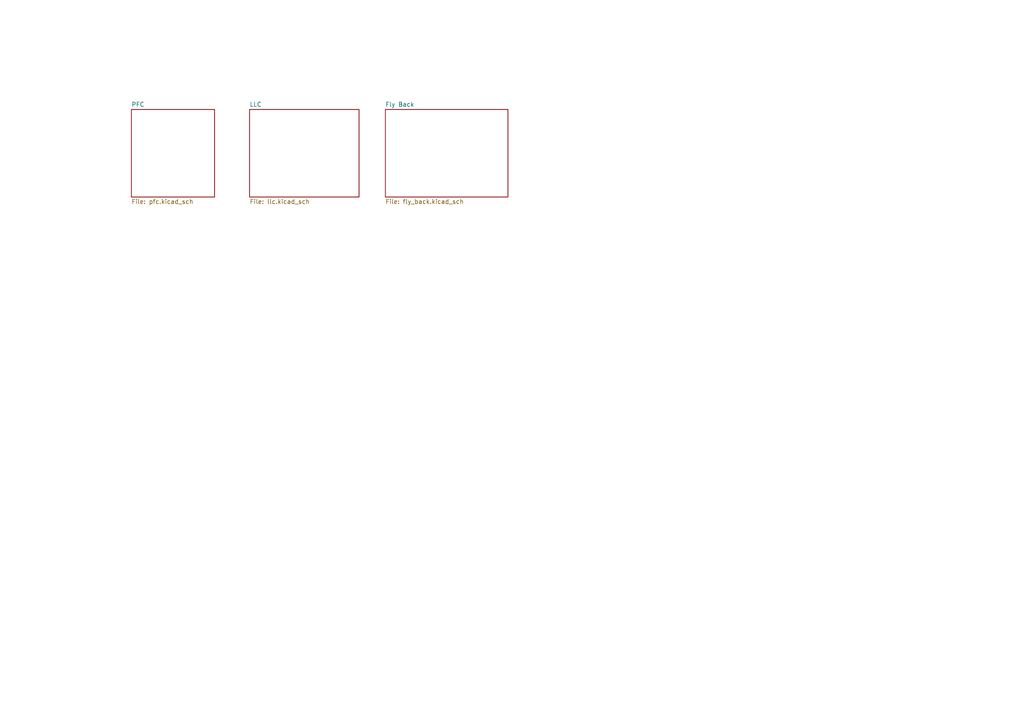
<source format=kicad_sch>
(kicad_sch
	(version 20231120)
	(generator "eeschema")
	(generator_version "8.0")
	(uuid "52eaef32-c16d-4834-ac94-ac67b58aa1d2")
	(paper "A4")
	(lib_symbols)
	(sheet
		(at 72.39 31.75)
		(size 31.75 25.4)
		(fields_autoplaced yes)
		(stroke
			(width 0.1524)
			(type solid)
		)
		(fill
			(color 0 0 0 0.0000)
		)
		(uuid "54ec4804-2ebd-4f2b-a686-f12eb8459952")
		(property "Sheetname" "LLC"
			(at 72.39 31.0384 0)
			(effects
				(font
					(size 1.27 1.27)
				)
				(justify left bottom)
			)
		)
		(property "Sheetfile" "llc.kicad_sch"
			(at 72.39 57.7346 0)
			(effects
				(font
					(size 1.27 1.27)
				)
				(justify left top)
			)
		)
		(instances
			(project "CHARGE_BATTERY"
				(path "/52eaef32-c16d-4834-ac94-ac67b58aa1d2"
					(page "3")
				)
			)
		)
	)
	(sheet
		(at 111.76 31.75)
		(size 35.56 25.4)
		(fields_autoplaced yes)
		(stroke
			(width 0.1524)
			(type solid)
		)
		(fill
			(color 0 0 0 0.0000)
		)
		(uuid "8a14cc0b-4192-4284-9a4a-146deadfd271")
		(property "Sheetname" "Fly Back"
			(at 111.76 31.0384 0)
			(effects
				(font
					(size 1.27 1.27)
				)
				(justify left bottom)
			)
		)
		(property "Sheetfile" "fly_back.kicad_sch"
			(at 111.76 57.7346 0)
			(effects
				(font
					(size 1.27 1.27)
				)
				(justify left top)
			)
		)
		(instances
			(project "CHARGE_BATTERY"
				(path "/52eaef32-c16d-4834-ac94-ac67b58aa1d2"
					(page "4")
				)
			)
		)
	)
	(sheet
		(at 38.1 31.75)
		(size 24.13 25.4)
		(fields_autoplaced yes)
		(stroke
			(width 0.1524)
			(type solid)
		)
		(fill
			(color 0 0 0 0.0000)
		)
		(uuid "8ed7224f-e87e-4b5a-90e5-5ed551abe146")
		(property "Sheetname" "PFC"
			(at 38.1 31.0384 0)
			(effects
				(font
					(size 1.27 1.27)
				)
				(justify left bottom)
			)
		)
		(property "Sheetfile" "pfc.kicad_sch"
			(at 38.1 57.7346 0)
			(effects
				(font
					(size 1.27 1.27)
				)
				(justify left top)
			)
		)
		(instances
			(project "CHARGE_BATTERY"
				(path "/52eaef32-c16d-4834-ac94-ac67b58aa1d2"
					(page "2")
				)
			)
		)
	)
	(sheet_instances
		(path "/"
			(page "1")
		)
	)
)
</source>
